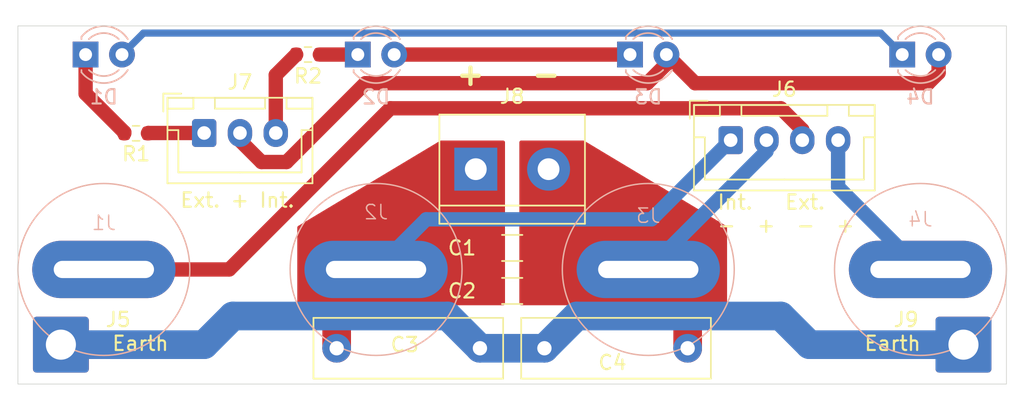
<source format=kicad_pcb>
(kicad_pcb (version 20240108) (generator "pcbnew") (generator_version "8.0")
  (layers (0 "F.Cu" signal) (31 "B.Cu" signal) (34 "B.Paste" user) (35 "F.Paste" user) (36 "B.SilkS" user "B.Silkscreen") (37 "F.SilkS" user "F.Silkscreen") (38 "B.Mask" user) (39 "F.Mask" user) (44 "Edge.Cuts" user))
  (net 0 "")
  (net 1 "Net-(J1-Pin_1)")
  (net 2 "Net-(J4-Pin_1)")
  (net 3 "Net-(D1-A)")
  (net 4 "Net-(D1-K)")
  (net 5 "Net-(D2-K)")
  (net 6 "Net-(D2-A)")
  (net 7 "Net-(D3-A)")
  (net 8 "Net-(J7-Pin_1)")
  (net 9 "Net-(J7-Pin_3)")
  (net 10 "/Ch1Pw-")
  (net 11 "/Ch1Pw+")
  (net 12 "Earth")
  (footprint "Connector_Wire:SolderWire-1.5sqmm_1x01_D1.7mm_OD3.9mm" (layer "F.Cu") (at 182.5 100.75)
    (property "Reference" "J9" (at -4 -1.75 0) (layer "F.SilkS"))
    (property "Value" "Earth")
    (pad "1" thru_hole roundrect (at 0 0) (size 3.9 3.9) (drill 2.1) (layers "*.Cu" "*.Mask") (roundrect_rratio 0.064103) (net 12 "Earth"))
  )
  (footprint "Connector_Wire:SolderWire-1.5sqmm_1x01_D1.7mm_OD3.9mm" (layer "F.Cu") (at 119.5 100.75)
    (property "Reference" "J5" (at 4 -1.75 0) (layer "F.SilkS"))
    (property "Value" "Earth")
    (pad "1" thru_hole roundrect (at 0 0) (size 3.9 3.9) (drill 2.1) (layers "*.Cu" "*.Mask") (roundrect_rratio 0.064103) (net 12 "Earth"))
  )
  (footprint "Connector_JST:JST_XH_B3B-XH-A_1x03_P2.50mm_Vertical" (layer "F.Cu") (at 129.5 85.975)
    (property "Reference" "J7" (at 2.5 -3.55 0) (layer "F.SilkS"))
    (property "Value" "LED")
    (fp_line (start -2.85 -2.75) (end -2.85 -1.5) (stroke (width 0.12)) (layer "F.SilkS"))
    (fp_line (start -2.56 -2.46) (end -2.56 3.51) (stroke (width 0.12)) (layer "F.SilkS"))
    (fp_line (start -2.56 3.51) (end 7.56 3.51) (stroke (width 0.12)) (layer "F.SilkS"))
    (fp_line (start -2.55 -2.45) (end -2.55 -1.7) (stroke (width 0.12)) (layer "F.SilkS"))
    (fp_line (start -2.55 -1.7) (end -0.75 -1.7) (stroke (width 0.12)) (layer "F.SilkS"))
    (fp_line (start -2.55 -0.2) (end -1.8 -0.2) (stroke (width 0.12)) (layer "F.SilkS"))
    (fp_line (start -1.8 -0.2) (end -1.8 2.75) (stroke (width 0.12)) (layer "F.SilkS"))
    (fp_line (start -1.8 2.75) (end 2.5 2.75) (stroke (width 0.12)) (layer "F.SilkS"))
    (fp_line (start -1.6 -2.75) (end -2.85 -2.75) (stroke (width 0.12)) (layer "F.SilkS"))
    (fp_line (start -0.75 -2.45) (end -2.55 -2.45) (stroke (width 0.12)) (layer "F.SilkS"))
    (fp_line (start -0.75 -1.7) (end -0.75 -2.45) (stroke (width 0.12)) (layer "F.SilkS"))
    (fp_line (start 0.75 -2.45) (end 0.75 -1.7) (stroke (width 0.12)) (layer "F.SilkS"))
    (fp_line (start 0.75 -1.7) (end 4.25 -1.7) (stroke (width 0.12)) (layer "F.SilkS"))
    (fp_line (start 4.25 -2.45) (end 0.75 -2.45) (stroke (width 0.12)) (layer "F.SilkS"))
    (fp_line (start 4.25 -1.7) (end 4.25 -2.45) (stroke (width 0.12)) (layer "F.SilkS"))
    (fp_line (start 5.75 -2.45) (end 5.75 -1.7) (stroke (width 0.12)) (layer "F.SilkS"))
    (fp_line (start 5.75 -1.7) (end 7.55 -1.7) (stroke (width 0.12)) (layer "F.SilkS"))
    (fp_line (start 6.8 -0.2) (end 6.8 2.75) (stroke (width 0.12)) (layer "F.SilkS"))
    (fp_line (start 6.8 2.75) (end 2.5 2.75) (stroke (width 0.12)) (layer "F.SilkS"))
    (fp_line (start 7.55 -2.45) (end 5.75 -2.45) (stroke (width 0.12)) (layer "F.SilkS"))
    (fp_line (start 7.55 -1.7) (end 7.55 -2.45) (stroke (width 0.12)) (layer "F.SilkS"))
    (fp_line (start 7.55 -0.2) (end 6.8 -0.2) (stroke (width 0.12)) (layer "F.SilkS"))
    (fp_line (start 7.56 -2.46) (end -2.56 -2.46) (stroke (width 0.12)) (layer "F.SilkS"))
    (fp_line (start 7.56 3.51) (end 7.56 -2.46) (stroke (width 0.12)) (layer "F.SilkS"))
    (pad "1" thru_hole roundrect (at 0 0) (size 1.7 1.95) (drill 0.95) (layers "*.Cu" "*.Mask") (roundrect_rratio 0.147059) (net 8 "Net-(J7-Pin_1)"))
    (pad "2" thru_hole oval (at 2.5 0) (size 1.7 1.95) (drill 0.95) (layers "*.Cu" "*.Mask") (net 7 "Net-(D3-A)"))
    (pad "3" thru_hole oval (at 5 0) (size 1.7 1.95) (drill 0.95) (layers "*.Cu" "*.Mask") (net 9 "Net-(J7-Pin_3)"))
  )
  (footprint "Capacitor_THT:C_Rect_L13.0mm_W4.0mm_P10.00mm_FKS3_FKP3_MKS4" (layer "F.Cu") (at 138.75 101)
    (property "Reference" "C3" (at 4.75 -0.25 0) (layer "F.SilkS"))
    (property "Value" "Y")
    (fp_line (start -1.62 -2.12) (end -1.62 2.12) (stroke (width 0.12)) (layer "F.SilkS"))
    (fp_line (start -1.62 -2.12) (end 11.62 -2.12) (stroke (width 0.12)) (layer "F.SilkS"))
    (fp_line (start -1.62 2.12) (end 11.62 2.12) (stroke (width 0.12)) (layer "F.SilkS"))
    (fp_line (start 11.62 -2.12) (end 11.62 2.12) (stroke (width 0.12)) (layer "F.SilkS"))
    (pad "1" thru_hole circle (at 0 0) (size 2 2) (drill 1) (layers "*.Cu" "*.Mask") (net 10 "/Ch1Pw-"))
    (pad "2" thru_hole circle (at 10 0) (size 2 2) (drill 1) (layers "*.Cu" "*.Mask") (net 12 "Earth"))
  )
  (footprint "Capacitor_THT:C_Rect_L13.0mm_W4.0mm_P10.00mm_FKS3_FKP3_MKS4" (layer "F.Cu") (at 163.25 101 180)
    (property "Reference" "C4" (at 5.25 -1 180) (layer "F.SilkS"))
    (property "Value" "Y")
    (fp_line (start 11.62 -2.12) (end 11.62 2.12) (stroke (width 0.12)) (layer "F.SilkS"))
    (fp_line (start -1.62 2.12) (end 11.62 2.12) (stroke (width 0.12)) (layer "F.SilkS"))
    (fp_line (start -1.62 -2.12) (end 11.62 -2.12) (stroke (width 0.12)) (layer "F.SilkS"))
    (fp_line (start -1.62 -2.12) (end -1.62 2.12) (stroke (width 0.12)) (layer "F.SilkS"))
    (pad "1" thru_hole circle (at 0 0 180) (size 2 2) (drill 1) (layers "*.Cu" "*.Mask") (net 11 "/Ch1Pw+"))
    (pad "2" thru_hole circle (at 10 0 180) (size 2 2) (drill 1) (layers "*.Cu" "*.Mask") (net 12 "Earth"))
  )
  (footprint "Resistor_SMD:R_0603_1608Metric" (layer "F.Cu") (at 136.75 80.5)
    (property "Reference" "R2" (at 0 1.5 0) (layer "F.SilkS"))
    (property "Value" "49")
    (fp_line (start -0.237258 -0.5225) (end 0.237258 -0.5225) (stroke (width 0.12)) (layer "F.SilkS"))
    (fp_line (start -0.237258 0.5225) (end 0.237258 0.5225) (stroke (width 0.12)) (layer "F.SilkS"))
    (pad "1" smd roundrect (at -0.825 0) (size 0.8 0.95) (layers "F.Cu" "F.Paste" "F.Mask") (net 9 "Net-(J7-Pin_3)"))
    (pad "2" smd roundrect (at 0.825 0) (size 0.8 0.95) (layers "F.Cu" "F.Paste" "F.Mask") (net 5 "Net-(D2-K)"))
  )
  (footprint "Resistor_SMD:R_0603_1608Metric" (layer "F.Cu") (at 124.75 86 180)
    (property "Reference" "R1" (at 0 -1.43 180) (layer "F.SilkS"))
    (property "Value" "49")
    (fp_line (start -0.237258 0.5225) (end 0.237258 0.5225) (stroke (width 0.12)) (layer "F.SilkS"))
    (fp_line (start -0.237258 -0.5225) (end 0.237258 -0.5225) (stroke (width 0.12)) (layer "F.SilkS"))
    (pad "1" smd roundrect (at -0.825 0 180) (size 0.8 0.95) (layers "F.Cu" "F.Paste" "F.Mask") (net 8 "Net-(J7-Pin_1)"))
    (pad "2" smd roundrect (at 0.825 0 180) (size 0.8 0.95) (layers "F.Cu" "F.Paste" "F.Mask") (net 4 "Net-(D1-K)"))
  )
  (footprint "Capacitor_SMD:C_1206_3216Metric" (layer "F.Cu") (at 151 97)
    (property "Reference" "C2" (at -3.5 0 0) (layer "F.SilkS"))
    (property "Value" "100n")
    (fp_line (start -0.711252 -0.91) (end 0.711252 -0.91) (stroke (width 0.12)) (layer "F.SilkS"))
    (fp_line (start -0.711252 0.91) (end 0.711252 0.91) (stroke (width 0.12)) (layer "F.SilkS"))
    (pad "1" smd roundrect (at -1.475 0) (size 1.15 1.8) (layers "F.Cu" "F.Paste" "F.Mask") (roundrect_rratio 0.217391) (net 10 "/Ch1Pw-"))
    (pad "2" smd roundrect (at 1.475 0) (size 1.15 1.8) (layers "F.Cu" "F.Paste" "F.Mask") (roundrect_rratio 0.217391) (net 11 "/Ch1Pw+"))
  )
  (footprint "Capacitor_SMD:C_1206_3216Metric" (layer "F.Cu") (at 151 94)
    (property "Reference" "C1" (at -3.5 0 0) (layer "F.SilkS"))
    (property "Value" "100n")
    (fp_line (start -0.711252 -0.91) (end 0.711252 -0.91) (stroke (width 0.12)) (layer "F.SilkS"))
    (fp_line (start -0.711252 0.91) (end 0.711252 0.91) (stroke (width 0.12)) (layer "F.SilkS"))
    (pad "1" smd roundrect (at -1.475 0) (size 1.15 1.8) (layers "F.Cu" "F.Paste" "F.Mask") (roundrect_rratio 0.217391) (net 10 "/Ch1Pw-"))
    (pad "2" smd roundrect (at 1.475 0) (size 1.15 1.8) (layers "F.Cu" "F.Paste" "F.Mask") (roundrect_rratio 0.217391) (net 11 "/Ch1Pw+"))
  )
  (footprint "Connector_JST:JST_XH_B4B-XH-A_1x04_P2.50mm_Vertical" (layer "F.Cu") (at 166.25 86.475)
    (property "Reference" "J6" (at 3.75 -3.55 0) (layer "F.SilkS"))
    (property "Value" "Sense")
    (fp_line (start -2.85 -2.75) (end -2.85 -1.5) (stroke (width 0.12)) (layer "F.SilkS"))
    (fp_line (start -2.56 -2.46) (end -2.56 3.51) (stroke (width 0.12)) (layer "F.SilkS"))
    (fp_line (start -2.56 3.51) (end 10.06 3.51) (stroke (width 0.12)) (layer "F.SilkS"))
    (fp_line (start -2.55 -2.45) (end -2.55 -1.7) (stroke (width 0.12)) (layer "F.SilkS"))
    (fp_line (start -2.55 -1.7) (end -0.75 -1.7) (stroke (width 0.12)) (layer "F.SilkS"))
    (fp_line (start -2.55 -0.2) (end -1.8 -0.2) (stroke (width 0.12)) (layer "F.SilkS"))
    (fp_line (start -1.8 -0.2) (end -1.8 2.75) (stroke (width 0.12)) (layer "F.SilkS"))
    (fp_line (start -1.8 2.75) (end 3.75 2.75) (stroke (width 0.12)) (layer "F.SilkS"))
    (fp_line (start -1.6 -2.75) (end -2.85 -2.75) (stroke (width 0.12)) (layer "F.SilkS"))
    (fp_line (start -0.75 -2.45) (end -2.55 -2.45) (stroke (width 0.12)) (layer "F.SilkS"))
    (fp_line (start -0.75 -1.7) (end -0.75 -2.45) (stroke (width 0.12)) (layer "F.SilkS"))
    (fp_line (start 0.75 -2.45) (end 0.75 -1.7) (stroke (width 0.12)) (layer "F.SilkS"))
    (fp_line (start 0.75 -1.7) (end 6.75 -1.7) (stroke (width 0.12)) (layer "F.SilkS"))
    (fp_line (start 6.75 -2.45) (end 0.75 -2.45) (stroke (width 0.12)) (layer "F.SilkS"))
    (fp_line (start 6.75 -1.7) (end 6.75 -2.45) (stroke (width 0.12)) (layer "F.SilkS"))
    (fp_line (start 8.25 -2.45) (end 8.25 -1.7) (stroke (width 0.12)) (layer "F.SilkS"))
    (fp_line (start 8.25 -1.7) (end 10.05 -1.7) (stroke (width 0.12)) (layer "F.SilkS"))
    (fp_line (start 9.3 -0.2) (end 9.3 2.75) (stroke (width 0.12)) (layer "F.SilkS"))
    (fp_line (start 9.3 2.75) (end 3.75 2.75) (stroke (width 0.12)) (layer "F.SilkS"))
    (fp_line (start 10.05 -2.45) (end 8.25 -2.45) (stroke (width 0.12)) (layer "F.SilkS"))
    (fp_line (start 10.05 -1.7) (end 10.05 -2.45) (stroke (width 0.12)) (layer "F.SilkS"))
    (fp_line (start 10.05 -0.2) (end 9.3 -0.2) (stroke (width 0.12)) (layer "F.SilkS"))
    (fp_line (start 10.06 -2.46) (end -2.56 -2.46) (stroke (width 0.12)) (layer "F.SilkS"))
    (fp_line (start 10.06 3.51) (end 10.06 -2.46) (stroke (width 0.12)) (layer "F.SilkS"))
    (pad "1" thru_hole roundrect (at 0 0) (size 1.7 1.95) (drill 0.95) (layers "*.Cu" "*.Mask") (roundrect_rratio 0.147059) (net 10 "/Ch1Pw-"))
    (pad "2" thru_hole oval (at 2.5 0) (size 1.7 1.95) (drill 0.95) (layers "*.Cu" "*.Mask") (net 11 "/Ch1Pw+"))
    (pad "3" thru_hole oval (at 5 0) (size 1.7 1.95) (drill 0.95) (layers "*.Cu" "*.Mask") (net 1 "Net-(J1-Pin_1)"))
    (pad "4" thru_hole oval (at 7.5 0) (size 1.7 1.95) (drill 0.95) (layers "*.Cu" "*.Mask") (net 2 "Net-(J4-Pin_1)"))
  )
  (footprint "TerminalBlock:TerminalBlock_bornier-2_P5.08mm" (layer "F.Cu") (at 148.46 88.5)
    (property "Reference" "J8" (at 2.54 -5.08 0) (layer "F.SilkS"))
    (property "Value" "Power")
    (fp_line (start -2.54 -3.81) (end -2.54 3.81) (stroke (width 0.12)) (layer "F.SilkS"))
    (fp_line (start -2.54 3.81) (end 7.62 3.81) (stroke (width 0.12)) (layer "F.SilkS"))
    (fp_line (start 7.62 -3.81) (end -2.54 -3.81) (stroke (width 0.12)) (layer "F.SilkS"))
    (fp_line (start 7.62 2.54) (end -2.54 2.54) (stroke (width 0.12)) (layer "F.SilkS"))
    (fp_line (start 7.62 3.81) (end 7.62 -3.81) (stroke (width 0.12)) (layer "F.SilkS"))
    (pad "1" thru_hole rect (at 0 0) (size 3 3) (drill 1.52) (layers "*.Cu" "*.Mask") (net 10 "/Ch1Pw-"))
    (pad "2" thru_hole circle (at 5.08 0) (size 3 3) (drill 1.52) (layers "*.Cu" "*.Mask") (net 11 "/Ch1Pw+"))
  )
  (footprint "Library:BananaSocket" (layer "B.Cu") (at 160.5 95.5 180)
    (property "Reference" "J3" (at 0 3.75 0) (layer "B.SilkS") (effects (font (thickness 0.1)) (justify mirror)))
    (property "Value" "Banana")
    (fp_circle (center 0 0) (end 6 0) (stroke (width 0.1)) (fill none) (layer "B.SilkS"))
    (pad "1" thru_hole oval (at 0 0 180) (size 10 4) (drill oval 7 1.2) (layers "*.Cu" "*.Mask") (net 11 "/Ch1Pw+"))
  )
  (footprint "LED_THT:LED_D3.0mm_FlatTop" (layer "B.Cu") (at 178.225 80.5)
    (property "Reference" "D4" (at 1.27 2.96 0) (layer "B.SilkS") (effects (justify mirror)))
    (property "Value" "LED")
    (fp_line (start -0.29 -1.236) (end -0.29 -1.08) (stroke (width 0.12)) (layer "B.SilkS"))
    (fp_line (start -0.29 1.08) (end -0.29 1.236) (stroke (width 0.12)) (layer "B.SilkS"))
    (fp_arc (start -0.29 -1.235516) (mid 1.366487 -1.987659) (end 2.942335 -1.078608) (stroke (width 0.12)) (layer "B.SilkS"))
    (fp_arc (start 0.229039 -1.08) (mid 1.270117 -1.5) (end 2.31113 -1.079837) (stroke (width 0.12)) (layer "B.SilkS"))
    (fp_arc (start 2.31113 1.079837) (mid 1.270117 1.5) (end 0.229039 1.08) (stroke (width 0.12)) (layer "B.SilkS"))
    (fp_arc (start 2.942335 1.078608) (mid 1.366487 1.987659) (end -0.29 1.235516) (stroke (width 0.12)) (layer "B.SilkS"))
    (pad "1" thru_hole rect (at 0 0) (size 1.8 1.8) (drill 0.9) (layers "*.Cu" "*.Mask") (net 3 "Net-(D1-A)"))
    (pad "2" thru_hole circle (at 2.54 0) (size 1.8 1.8) (drill 0.9) (layers "*.Cu" "*.Mask") (net 7 "Net-(D3-A)"))
  )
  (footprint "LED_THT:LED_D3.0mm_FlatTop" (layer "B.Cu") (at 140.225 80.5)
    (property "Reference" "D2" (at 1.27 2.96 0) (layer "B.SilkS") (effects (justify mirror)))
    (property "Value" "LED")
    (fp_line (start -0.29 -1.236) (end -0.29 -1.08) (stroke (width 0.12)) (layer "B.SilkS"))
    (fp_line (start -0.29 1.08) (end -0.29 1.236) (stroke (width 0.12)) (layer "B.SilkS"))
    (fp_arc (start -0.29 -1.235516) (mid 1.366487 -1.987659) (end 2.942335 -1.078608) (stroke (width 0.12)) (layer "B.SilkS"))
    (fp_arc (start 0.229039 -1.08) (mid 1.270117 -1.5) (end 2.31113 -1.079837) (stroke (width 0.12)) (layer "B.SilkS"))
    (fp_arc (start 2.31113 1.079837) (mid 1.270117 1.5) (end 0.229039 1.08) (stroke (width 0.12)) (layer "B.SilkS"))
    (fp_arc (start 2.942335 1.078608) (mid 1.366487 1.987659) (end -0.29 1.235516) (stroke (width 0.12)) (layer "B.SilkS"))
    (pad "1" thru_hole rect (at 0 0) (size 1.8 1.8) (drill 0.9) (layers "*.Cu" "*.Mask") (net 5 "Net-(D2-K)"))
    (pad "2" thru_hole circle (at 2.54 0) (size 1.8 1.8) (drill 0.9) (layers "*.Cu" "*.Mask") (net 6 "Net-(D2-A)"))
  )
  (footprint "LED_THT:LED_D3.0mm_FlatTop" (layer "B.Cu") (at 121.225 80.5)
    (property "Reference" "D1" (at 1.27 2.96 0) (layer "B.SilkS") (effects (justify mirror)))
    (property "Value" "LED")
    (fp_line (start -0.29 -1.236) (end -0.29 -1.08) (stroke (width 0.12)) (layer "B.SilkS"))
    (fp_line (start -0.29 1.08) (end -0.29 1.236) (stroke (width 0.12)) (layer "B.SilkS"))
    (fp_arc (start -0.29 -1.235516) (mid 1.366487 -1.987659) (end 2.942335 -1.078608) (stroke (width 0.12)) (layer "B.SilkS"))
    (fp_arc (start 0.229039 -1.08) (mid 1.270117 -1.5) (end 2.31113 -1.079837) (stroke (width 0.12)) (layer "B.SilkS"))
    (fp_arc (start 2.31113 1.079837) (mid 1.270117 1.5) (end 0.229039 1.08) (stroke (width 0.12)) (layer "B.SilkS"))
    (fp_arc (start 2.942335 1.078608) (mid 1.366487 1.987659) (end -0.29 1.235516) (stroke (width 0.12)) (layer "B.SilkS"))
    (pad "1" thru_hole rect (at 0 0) (size 1.8 1.8) (drill 0.9) (layers "*.Cu" "*.Mask") (net 4 "Net-(D1-K)"))
    (pad "2" thru_hole circle (at 2.54 0) (size 1.8 1.8) (drill 0.9) (layers "*.Cu" "*.Mask") (net 3 "Net-(D1-A)"))
  )
  (footprint "LED_THT:LED_D3.0mm_FlatTop" (layer "B.Cu") (at 159.225 80.5)
    (property "Reference" "D3" (at 1.27 2.96 0) (layer "B.SilkS") (effects (justify mirror)))
    (property "Value" "LED")
    (fp_line (start -0.29 -1.236) (end -0.29 -1.08) (stroke (width 0.12)) (layer "B.SilkS"))
    (fp_line (start -0.29 1.08) (end -0.29 1.236) (stroke (width 0.12)) (layer "B.SilkS"))
    (fp_arc (start -0.29 -1.235516) (mid 1.366487 -1.987659) (end 2.942335 -1.078608) (stroke (width 0.12)) (layer "B.SilkS"))
    (fp_arc (start 0.229039 -1.08) (mid 1.270117 -1.5) (end 2.31113 -1.079837) (stroke (width 0.12)) (layer "B.SilkS"))
    (fp_arc (start 2.31113 1.079837) (mid 1.270117 1.5) (end 0.229039 1.08) (stroke (width 0.12)) (layer "B.SilkS"))
    (fp_arc (start 2.942335 1.078608) (mid 1.366487 1.987659) (end -0.29 1.235516) (stroke (width 0.12)) (layer "B.SilkS"))
    (pad "1" thru_hole rect (at 0 0) (size 1.8 1.8) (drill 0.9) (layers "*.Cu" "*.Mask") (net 6 "Net-(D2-A)"))
    (pad "2" thru_hole circle (at 2.54 0) (size 1.8 1.8) (drill 0.9) (layers "*.Cu" "*.Mask") (net 7 "Net-(D3-A)"))
  )
  (footprint "Library:BananaSocket" (layer "B.Cu") (at 141.5 95.5 180)
    (property "Reference" "J2" (at 0 4 0) (layer "B.SilkS") (effects (font (thickness 0.1)) (justify mirror)))
    (property "Value" "Banana")
    (fp_circle (center 0 0) (end 6 0) (stroke (width 0.1)) (fill none) (layer "B.SilkS"))
    (pad "1" thru_hole oval (at 0 0 180) (size 10 4) (drill oval 7 1.2) (layers "*.Cu" "*.Mask") (net 10 "/Ch1Pw-"))
  )
  (footprint "Library:BananaSocket" (layer "B.Cu") (at 122.5 95.5 180)
    (property "Reference" "J1" (at 0 3.25 0) (layer "B.SilkS") (effects (font (thickness 0.1)) (justify mirror)))
    (property "Value" "Banana")
    (fp_circle (center 0 0) (end 6 0) (stroke (width 0.1)) (fill none) (layer "B.SilkS"))
    (pad "1" thru_hole oval (at 0 0 180) (size 10 4) (drill oval 7 1.2) (layers "*.Cu" "*.Mask") (net 1 "Net-(J1-Pin_1)"))
  )
  (footprint "Library:BananaSocket" (layer "B.Cu") (at 179.5 95.5 180)
    (property "Reference" "J4" (at 0 3.5 0) (layer "B.SilkS") (effects (font (thickness 0.1)) (justify mirror)))
    (property "Value" "Banana")
    (fp_circle (center 0 0) (end 6 0) (stroke (width 0.1)) (fill none) (layer "B.SilkS"))
    (pad "1" thru_hole oval (at 0 0 180) (size 10 4) (drill oval 7 1.2) (layers "*.Cu" "*.Mask") (net 2 "Net-(J4-Pin_1)"))
  )
  (gr_rect (start 116.5 78.5) (end 185.5 103.5) (stroke (width 0.05)) (fill none) (layer "Edge.Cuts"))
  (gr_text "Int.   Ext.\n-  +  -  +" (at 165.25 93 0) (layer "F.SilkS") (effects (font (size 1 1)) (justify left bottom)))
  (gr_text "Ext. + Int." (at 127.75 91.25 0) (layer "F.SilkS") (effects (font (size 1 1)) (justify left bottom)))
  (gr_text "Earth" (at 175.5 101.25 0) (layer "F.SilkS") (effects (font (size 1 1)) (justify left bottom)))
  (gr_text "Earth" (at 123 101.25 0) (layer "F.SilkS") (effects (font (size 1 1)) (justify left bottom)))
  (gr_text "-   +" (at 154.5 82.75 0) (layer "F.SilkS") (effects (font (size 1.5 1.5) (thickness 0.3) (bold yes)) (justify left bottom mirror)))
  (segment (start 142.5 84.25) (end 131.25 95.5) (width 1) (layer "F.Cu") (net 1))
  (segment (start 169.75 84.25) (end 142.5 84.25) (width 1) (layer "F.Cu") (net 1))
  (segment (start 131.25 95.5) (end 122.5 95.5) (width 1) (layer "F.Cu") (net 1))
  (segment (start 171.25 85.75) (end 169.75 84.25) (width 1) (layer "F.Cu") (net 1))
  (segment (start 171.25 86.475) (end 171.25 85.75) (width 1) (layer "F.Cu") (net 1))
  (segment (start 173.75 89.75) (end 179.5 95.5) (width 1) (layer "B.Cu") (net 2))
  (segment (start 173.75 86.475) (end 173.75 89.75) (width 1) (layer "B.Cu") (net 2))
  (segment (start 178.225 80.5) (end 176.725 79) (width 0.5) (layer "B.Cu") (net 3))
  (segment (start 176.725 79) (end 125.265 79) (width 0.5) (layer "B.Cu") (net 3))
  (segment (start 125.265 79) (end 123.765 80.5) (width 0.5) (layer "B.Cu") (net 3))
  (segment (start 123.925 85.925) (end 121.225 83.225) (width 1) (layer "F.Cu") (net 4))
  (segment (start 121.225 83.225) (end 121.225 80.5) (width 1) (layer "F.Cu") (net 4))
  (segment (start 123.925 86) (end 123.925 85.925) (width 1) (layer "F.Cu") (net 4))
  (segment (start 137.575 80.5) (end 140.225 80.5) (width 1) (layer "F.Cu") (net 5))
  (segment (start 159.225 80.5) (end 142.765 80.5) (width 1) (layer "F.Cu") (net 6))
  (segment (start 163.765 82.5) (end 161.765 80.5) (width 1) (layer "F.Cu") (net 7))
  (segment (start 180.037792 82.5) (end 163.765 82.5) (width 1) (layer "F.Cu") (net 7))
  (segment (start 140.75 82.5) (end 160.425 82.5) (width 1) (layer "F.Cu") (net 7))
  (segment (start 180.765 81.772792) (end 180.037792 82.5) (width 1) (layer "F.Cu") (net 7))
  (segment (start 132 85.975) (end 132 86.5) (width 1) (layer "F.Cu") (net 7))
  (segment (start 161.765 81.16) (end 161.765 80.5) (width 1) (layer "F.Cu") (net 7))
  (segment (start 180.765 80.5) (end 180.765 81.772792) (width 1) (layer "F.Cu") (net 7))
  (segment (start 135.25 88) (end 140.75 82.5) (width 1) (layer "F.Cu") (net 7))
  (segment (start 133.5 88) (end 135.25 88) (width 1) (layer "F.Cu") (net 7))
  (segment (start 160.425 82.5) (end 161.765 81.16) (width 1) (layer "F.Cu") (net 7))
  (segment (start 132 86.5) (end 133.5 88) (width 1) (layer "F.Cu") (net 7))
  (segment (start 129.5 85.975) (end 125.6 85.975) (width 1) (layer "F.Cu") (net 8))
  (segment (start 125.6 85.975) (end 125.575 86) (width 1) (layer "F.Cu") (net 8))
  (segment (start 134.5 81.925) (end 135.925 80.5) (width 1) (layer "F.Cu") (net 9))
  (segment (start 134.5 85.975) (end 134.5 81.925) (width 1) (layer "F.Cu") (net 9))
  (segment (start 138.75 101) (end 138.75 98.25) (width 2) (layer "F.Cu") (net 10))
  (segment (start 138.75 98.25) (end 141.5 95.5) (width 2) (layer "F.Cu") (net 10))
  (segment (start 160.725 92) (end 145 92) (width 1) (layer "B.Cu") (net 10))
  (segment (start 166.25 86.475) (end 160.725 92) (width 1) (layer "B.Cu") (net 10))
  (segment (start 145 92) (end 141.5 95.5) (width 1) (layer "B.Cu") (net 10))
  (segment (start 163.25 101) (end 163.25 98.25) (width 2) (layer "F.Cu") (net 11))
  (segment (start 163.25 98.25) (end 160.5 95.5) (width 2) (layer "F.Cu") (net 11))
  (segment (start 168.75 86.475) (end 168.75 87.25) (width 1) (layer "B.Cu") (net 11))
  (segment (start 168.75 87.25) (end 160.5 95.5) (width 1) (layer "B.Cu") (net 11))
  (segment (start 148.75 101) (end 146.5 98.75) (width 2) (layer "B.Cu") (net 12))
  (segment (start 153.25 101) (end 155.5 98.75) (width 2) (layer "B.Cu") (net 12))
  (segment (start 146.5 98.75) (end 131.5 98.75) (width 2) (layer "B.Cu") (net 12))
  (segment (start 155.5 98.75) (end 169.75 98.75) (width 2) (layer "B.Cu") (net 12))
  (segment (start 153.25 101) (end 148.75 101) (width 2) (layer "B.Cu") (net 12))
  (segment (start 129.5 100.75) (end 119.5 100.75) (width 2) (layer "B.Cu") (net 12))
  (segment (start 131.5 98.75) (end 129.5 100.75) (width 2) (layer "B.Cu") (net 12))
  (segment (start 169.75 98.75) (end 171.75 100.75) (width 2) (layer "B.Cu") (net 12))
  (segment (start 171.75 100.75) (end 182.5 100.75) (width 2) (layer "B.Cu") (net 12))
  (zone (net 10) (net_name "/Ch1Pw-") (layer "F.Cu") (priority 1) (connect_pads yes (clearance 0.2)) (min_thickness 0.25) (fill yes (thermal_gap 0.5) (thermal_bridge_width 0.5))
    (polygon (pts (xy 150.5 86.5) (xy 146 86.5) (xy 136 92.5) (xy 136 98) (xy 150.5 98)))
  )
  (zone (net 11) (net_name "/Ch1Pw+") (layer "F.Cu") (connect_pads yes (clearance 0.2)) (min_thickness 0.25) (fill yes (thermal_gap 0.5) (thermal_bridge_width 0.5))
    (polygon (pts (xy 151.5 86.5) (xy 156 86.5) (xy 166 92.5) (xy 166 98) (xy 151.5 98)))
  )
)
</source>
